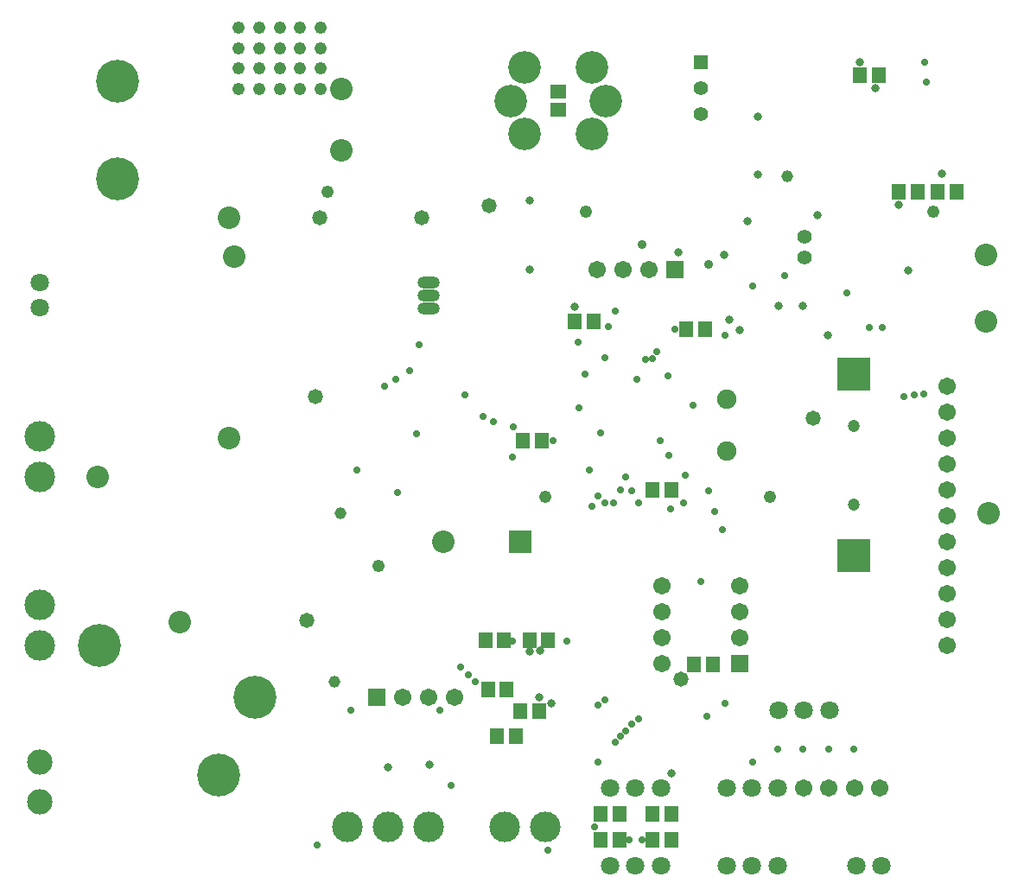
<source format=gbs>
%FSLAX25Y25*%
%MOIN*%
G70*
G01*
G75*
G04 Layer_Color=16711935*
%ADD10R,0.07874X0.03937*%
%ADD11C,0.03937*%
%ADD12O,0.02756X0.09843*%
%ADD13R,0.03248X0.01181*%
%ADD14R,0.01181X0.03248*%
%ADD15R,0.04724X0.05512*%
%ADD16R,0.04528X0.02362*%
%ADD17R,0.20276X0.09252*%
%ADD18R,0.05512X0.04724*%
%ADD19R,0.02362X0.04528*%
%ADD20R,0.11221X0.08465*%
%ADD21R,0.08465X0.11221*%
%ADD22R,0.04134X0.09449*%
%ADD23R,0.41929X0.35039*%
%ADD24R,0.12992X0.09449*%
%ADD25R,0.03937X0.09449*%
%ADD26O,0.08858X0.02362*%
%ADD27R,0.09449X0.04134*%
%ADD28R,0.35039X0.41929*%
%ADD29R,0.06693X0.06693*%
%ADD30O,0.00984X0.06102*%
%ADD31O,0.06102X0.00984*%
%ADD32C,0.01500*%
%ADD33C,0.03000*%
%ADD34C,0.03937*%
%ADD35C,0.01000*%
%ADD36C,0.02000*%
%ADD37C,0.07874*%
%ADD38C,0.11811*%
%ADD39C,0.11811*%
%ADD40C,0.04724*%
%ADD41C,0.05906*%
%ADD42R,0.05906X0.05906*%
%ADD43C,0.11000*%
%ADD44C,0.06299*%
%ADD45C,0.15748*%
%ADD46R,0.04724X0.04724*%
%ADD47R,0.07874X0.07874*%
%ADD48C,0.07874*%
%ADD49O,0.07874X0.03937*%
%ADD50O,0.07874X0.03937*%
%ADD51C,0.06693*%
%ADD52C,0.09000*%
%ADD53C,0.02000*%
%ADD54C,0.03800*%
%ADD55C,0.02500*%
%ADD56C,0.05000*%
%ADD57C,0.02800*%
%ADD58C,0.04000*%
%ADD59R,0.11811X0.11811*%
%ADD60C,0.19685*%
%ADD61C,0.00984*%
%ADD62C,0.02362*%
%ADD63C,0.00787*%
%ADD64C,0.00800*%
%ADD65R,0.08674X0.04737*%
%ADD66C,0.04737*%
%ADD67O,0.03556X0.10642*%
%ADD68R,0.04048X0.01981*%
%ADD69R,0.01981X0.04048*%
%ADD70R,0.05524X0.06312*%
%ADD71R,0.05328X0.03162*%
%ADD72R,0.21076X0.10052*%
%ADD73R,0.06312X0.05524*%
%ADD74R,0.03162X0.05328*%
%ADD75R,0.12020X0.09265*%
%ADD76R,0.09265X0.12020*%
%ADD77R,0.04934X0.10249*%
%ADD78R,0.42729X0.35839*%
%ADD79R,0.13792X0.10249*%
%ADD80R,0.04737X0.10249*%
%ADD81O,0.09658X0.03162*%
%ADD82R,0.10249X0.04934*%
%ADD83R,0.35839X0.42729*%
%ADD84R,0.07493X0.07493*%
%ADD85O,0.01784X0.06902*%
%ADD86O,0.06902X0.01784*%
%ADD87C,0.12611*%
%ADD88C,0.05524*%
%ADD89C,0.06706*%
%ADD90R,0.06706X0.06706*%
%ADD91C,0.11800*%
%ADD92C,0.07099*%
%ADD93C,0.16548*%
%ADD94R,0.05524X0.05524*%
%ADD95R,0.08674X0.08674*%
%ADD96C,0.08674*%
%ADD97O,0.08674X0.04737*%
%ADD98O,0.08674X0.04737*%
%ADD99C,0.07493*%
%ADD100C,0.09800*%
%ADD101C,0.04600*%
%ADD102C,0.03300*%
%ADD103C,0.05800*%
%ADD104C,0.03600*%
%ADD105C,0.04800*%
%ADD106R,0.12611X0.12611*%
D57*
X357927Y363071D02*
D03*
X350500Y352500D02*
D03*
X369000Y315500D02*
D03*
X278543Y195957D02*
D03*
X316000Y171000D02*
D03*
X284000Y346500D02*
D03*
X332000Y317500D02*
D03*
X323500Y251500D02*
D03*
X266500Y366000D02*
D03*
X334000Y180000D02*
D03*
X347500Y175000D02*
D03*
X352500Y175000D02*
D03*
X431500Y386000D02*
D03*
X363500Y302500D02*
D03*
X336500Y332000D02*
D03*
X356485Y360485D02*
D03*
X353858Y360142D02*
D03*
X359500Y329000D02*
D03*
X362358Y353858D02*
D03*
X365000Y372000D02*
D03*
X327748Y366752D02*
D03*
X318000Y329000D02*
D03*
X375000Y274500D02*
D03*
X368500Y305000D02*
D03*
X384500Y369500D02*
D03*
X372000Y342500D02*
D03*
X383500Y294500D02*
D03*
X380500Y301500D02*
D03*
X378000Y309500D02*
D03*
X302500Y251500D02*
D03*
X328000Y341500D02*
D03*
X330500Y354500D02*
D03*
X453500Y346000D02*
D03*
X457500Y346500D02*
D03*
X461000Y347000D02*
D03*
X462126Y467126D02*
D03*
X445000Y372500D02*
D03*
X440000D02*
D03*
X461504Y475000D02*
D03*
X407500Y392500D02*
D03*
X339500Y373000D02*
D03*
X395000Y388500D02*
D03*
X338110Y360890D02*
D03*
X342047Y379047D02*
D03*
X242500Y317500D02*
D03*
X262827Y355827D02*
D03*
X240000Y225000D02*
D03*
X257500Y352500D02*
D03*
X227000Y173000D02*
D03*
X253079Y349921D02*
D03*
X258000Y309000D02*
D03*
X265500Y331500D02*
D03*
X274500Y225000D02*
D03*
X291110Y338110D02*
D03*
X282500Y241500D02*
D03*
X295142Y336142D02*
D03*
X285500Y238500D02*
D03*
X302673Y334173D02*
D03*
X288000Y236000D02*
D03*
X302500Y322500D02*
D03*
X335500Y205000D02*
D03*
X333000Y303500D02*
D03*
X335500Y307500D02*
D03*
Y227000D02*
D03*
X377500Y222500D02*
D03*
X384500Y227500D02*
D03*
X338000Y305000D02*
D03*
Y229000D02*
D03*
X341500Y305000D02*
D03*
X342000Y212500D02*
D03*
X395000Y205000D02*
D03*
X351000Y305000D02*
D03*
Y221500D02*
D03*
X434000Y210000D02*
D03*
X348500Y309500D02*
D03*
Y219500D02*
D03*
X424500Y209760D02*
D03*
X343900Y309900D02*
D03*
X346000Y315000D02*
D03*
X344000Y215000D02*
D03*
X404685Y209815D02*
D03*
X346000Y217000D02*
D03*
X414500Y210000D02*
D03*
X362752Y323248D02*
D03*
D66*
X434000Y334500D02*
D03*
Y304185D02*
D03*
D70*
X379543Y242500D02*
D03*
X372457D02*
D03*
X306457Y329000D02*
D03*
X313543D02*
D03*
X356457Y310000D02*
D03*
X363543D02*
D03*
X376543Y372000D02*
D03*
X369457D02*
D03*
X333543Y375000D02*
D03*
X326457D02*
D03*
X473543Y425000D02*
D03*
X466457D02*
D03*
X436457Y470000D02*
D03*
X443543D02*
D03*
X451457Y425000D02*
D03*
X458543D02*
D03*
X312543Y224500D02*
D03*
X305457D02*
D03*
X292957Y233000D02*
D03*
X300043D02*
D03*
X291957Y252000D02*
D03*
X299043D02*
D03*
X308957D02*
D03*
X316043D02*
D03*
X303543Y215000D02*
D03*
X296457D02*
D03*
X356457Y185000D02*
D03*
X363543D02*
D03*
X343543Y185000D02*
D03*
X336457D02*
D03*
X343543Y175000D02*
D03*
X336457D02*
D03*
X356457Y175000D02*
D03*
X363543D02*
D03*
D73*
X320000Y456457D02*
D03*
Y463543D02*
D03*
D87*
X307055Y447055D02*
D03*
X332945Y472945D02*
D03*
X307055D02*
D03*
X301693Y460000D02*
D03*
X332945Y447055D02*
D03*
X338307Y460000D02*
D03*
D88*
X415000Y399626D02*
D03*
Y407500D02*
D03*
X375000Y455000D02*
D03*
Y465000D02*
D03*
D89*
X360000Y273000D02*
D03*
Y263000D02*
D03*
Y253000D02*
D03*
Y243000D02*
D03*
X390000Y273000D02*
D03*
Y263000D02*
D03*
Y253000D02*
D03*
X470000Y350000D02*
D03*
Y340000D02*
D03*
Y330000D02*
D03*
Y320000D02*
D03*
Y290000D02*
D03*
Y310000D02*
D03*
Y300000D02*
D03*
Y280000D02*
D03*
Y270000D02*
D03*
Y260000D02*
D03*
Y250000D02*
D03*
X355000Y395000D02*
D03*
X345000D02*
D03*
X335000D02*
D03*
X260000Y230000D02*
D03*
X270000D02*
D03*
X280000D02*
D03*
X444055Y195000D02*
D03*
X434213D02*
D03*
X424370D02*
D03*
X414528D02*
D03*
D90*
X390000Y243000D02*
D03*
X365000Y395000D02*
D03*
X250000Y230000D02*
D03*
D91*
X120000Y330591D02*
D03*
Y315000D02*
D03*
X238819Y180000D02*
D03*
X254410D02*
D03*
X270000D02*
D03*
X315000D02*
D03*
X299410D02*
D03*
X120000Y250000D02*
D03*
Y265591D02*
D03*
D92*
X405000Y225000D02*
D03*
X414843D02*
D03*
X424685D02*
D03*
X120000Y390000D02*
D03*
Y380157D02*
D03*
X340000Y165000D02*
D03*
X349843D02*
D03*
X359685D02*
D03*
X385000Y195000D02*
D03*
X394843D02*
D03*
X404685D02*
D03*
X385000Y165000D02*
D03*
X394843D02*
D03*
X404685D02*
D03*
X340000Y195000D02*
D03*
X349843D02*
D03*
X359685D02*
D03*
X435000Y165000D02*
D03*
X444842D02*
D03*
D93*
X150000Y430000D02*
D03*
Y467402D02*
D03*
X143000Y250000D02*
D03*
X189000Y200000D02*
D03*
X202974Y229978D02*
D03*
D94*
X375000Y475000D02*
D03*
D95*
X305461Y290000D02*
D03*
D96*
X275539D02*
D03*
X485000Y375000D02*
D03*
Y400591D02*
D03*
X486000Y301000D02*
D03*
X142500Y315000D02*
D03*
X236276Y441000D02*
D03*
X174035Y259035D02*
D03*
X193000Y330000D02*
D03*
X195000Y400000D02*
D03*
X193000Y415000D02*
D03*
X236276Y464512D02*
D03*
D97*
X270000Y380000D02*
D03*
Y390000D02*
D03*
D98*
Y385000D02*
D03*
D99*
X385000Y345000D02*
D03*
Y325000D02*
D03*
D100*
X120000Y189409D02*
D03*
Y205000D02*
D03*
D101*
X408500Y431000D02*
D03*
X236000Y301000D02*
D03*
X233740Y235740D02*
D03*
D102*
X317500Y227500D02*
D03*
X312543Y229957D02*
D03*
X308957Y247457D02*
D03*
X313000Y248000D02*
D03*
X270500Y204000D02*
D03*
X254500Y203000D02*
D03*
X363543Y200457D02*
D03*
X386000Y375500D02*
D03*
X384000Y400500D02*
D03*
X366500Y401500D02*
D03*
X390058Y371442D02*
D03*
X424000Y369500D02*
D03*
X468000Y432000D02*
D03*
X442500Y465000D02*
D03*
X393000Y413500D02*
D03*
X414500Y381000D02*
D03*
X405000D02*
D03*
X420000Y416000D02*
D03*
X455000Y394500D02*
D03*
X451500Y419882D02*
D03*
X436500Y475000D02*
D03*
X397000Y454000D02*
D03*
Y431500D02*
D03*
X326500Y380500D02*
D03*
X309000Y395000D02*
D03*
Y421500D02*
D03*
D103*
X367500Y237000D02*
D03*
X223000Y259500D02*
D03*
X418500Y337500D02*
D03*
X226457Y345957D02*
D03*
X293500Y419500D02*
D03*
X228000Y415000D02*
D03*
X267500D02*
D03*
D104*
X352500Y404500D02*
D03*
X378000Y397000D02*
D03*
D105*
X250571Y280571D02*
D03*
X231000Y425000D02*
D03*
X196850Y488189D02*
D03*
X204724D02*
D03*
X212598D02*
D03*
X220472D02*
D03*
X228346D02*
D03*
X196850Y480315D02*
D03*
X204724D02*
D03*
X212598D02*
D03*
X220472D02*
D03*
X228346D02*
D03*
X196850Y472441D02*
D03*
X204724D02*
D03*
X212598D02*
D03*
X220472D02*
D03*
X228346D02*
D03*
X196850Y464567D02*
D03*
X204724D02*
D03*
X212598D02*
D03*
X220472D02*
D03*
X228346D02*
D03*
X314961Y307087D02*
D03*
X401575D02*
D03*
X464567Y417323D02*
D03*
X330709D02*
D03*
D106*
X434000Y284500D02*
D03*
Y354500D02*
D03*
M02*

</source>
